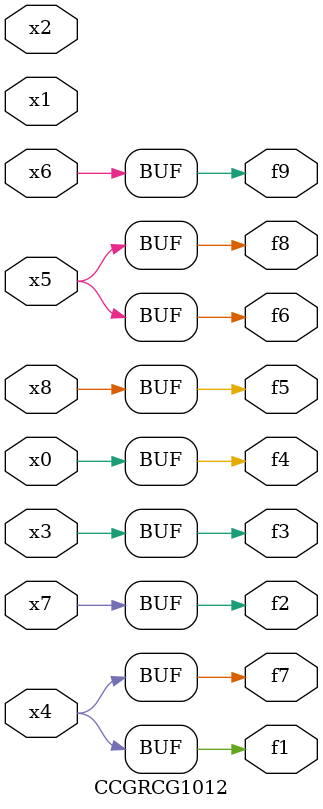
<source format=v>
module CCGRCG1012(
	input x0, x1, x2, x3, x4, x5, x6, x7, x8,
	output f1, f2, f3, f4, f5, f6, f7, f8, f9
);
	assign f1 = x4;
	assign f2 = x7;
	assign f3 = x3;
	assign f4 = x0;
	assign f5 = x8;
	assign f6 = x5;
	assign f7 = x4;
	assign f8 = x5;
	assign f9 = x6;
endmodule

</source>
